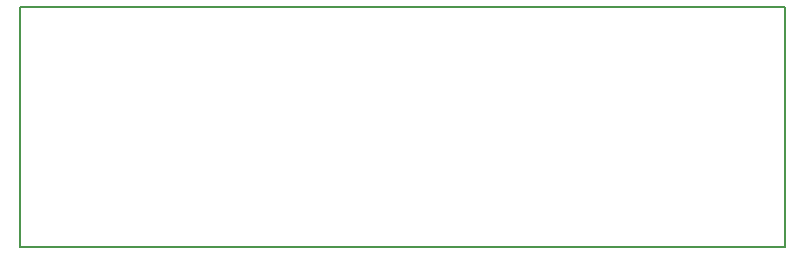
<source format=gm1>
G04 #@! TF.FileFunction,Profile,NP*
%FSLAX46Y46*%
G04 Gerber Fmt 4.6, Leading zero omitted, Abs format (unit mm)*
G04 Created by KiCad (PCBNEW 4.0.2-1.fc23-product) date Wed 28 Dec 2016 04:25:50 PM CST*
%MOMM*%
G01*
G04 APERTURE LIST*
%ADD10C,0.100000*%
%ADD11C,0.150000*%
G04 APERTURE END LIST*
D10*
D11*
X146050000Y-86360000D02*
X81280000Y-86360000D01*
X146050000Y-106680000D02*
X146050000Y-86360000D01*
X81280000Y-106680000D02*
X146050000Y-106680000D01*
X81280000Y-86360000D02*
X81280000Y-106680000D01*
M02*

</source>
